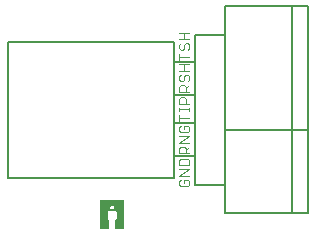
<source format=gto>
G75*
%MOIN*%
%OFA0B0*%
%FSLAX24Y24*%
%IPPOS*%
%LPD*%
%AMOC8*
5,1,8,0,0,1.08239X$1,22.5*
%
%ADD10C,0.0040*%
%ADD11C,0.0050*%
%ADD12C,0.0060*%
%ADD13C,0.0080*%
%ADD14C,0.0010*%
D10*
X013935Y009102D02*
X013992Y009045D01*
X014218Y009045D01*
X014275Y009102D01*
X014275Y009215D01*
X014218Y009272D01*
X014105Y009272D01*
X014105Y009159D01*
X013992Y009272D02*
X013935Y009215D01*
X013935Y009102D01*
X013935Y009395D02*
X014275Y009622D01*
X013935Y009622D01*
X013935Y009745D02*
X013935Y009915D01*
X013992Y009972D01*
X014218Y009972D01*
X014275Y009915D01*
X014275Y009745D01*
X013935Y009745D01*
X013935Y009395D02*
X014275Y009395D01*
X014275Y010145D02*
X013935Y010145D01*
X013935Y010315D01*
X013992Y010372D01*
X014105Y010372D01*
X014162Y010315D01*
X014162Y010145D01*
X014162Y010259D02*
X014275Y010372D01*
X014275Y010495D02*
X013935Y010495D01*
X014275Y010722D01*
X013935Y010722D01*
X013992Y010845D02*
X014218Y010845D01*
X014275Y010902D01*
X014275Y011015D01*
X014218Y011072D01*
X014105Y011072D01*
X014105Y010958D01*
X013992Y010845D02*
X013935Y010902D01*
X013935Y011015D01*
X013992Y011072D01*
X013935Y011203D02*
X013935Y011430D01*
X013935Y011317D02*
X014275Y011317D01*
X014275Y011553D02*
X014275Y011667D01*
X014275Y011610D02*
X013935Y011610D01*
X013935Y011553D02*
X013935Y011667D01*
X013935Y011787D02*
X013935Y011957D01*
X013992Y012013D01*
X014105Y012013D01*
X014162Y011957D01*
X014162Y011787D01*
X014275Y011787D02*
X013935Y011787D01*
X013935Y012195D02*
X013935Y012365D01*
X013992Y012422D01*
X014105Y012422D01*
X014162Y012365D01*
X014162Y012195D01*
X014275Y012195D02*
X013935Y012195D01*
X014162Y012309D02*
X014275Y012422D01*
X014218Y012545D02*
X014275Y012602D01*
X014275Y012715D01*
X014218Y012772D01*
X014162Y012772D01*
X014105Y012715D01*
X014105Y012602D01*
X014048Y012545D01*
X013992Y012545D01*
X013935Y012602D01*
X013935Y012715D01*
X013992Y012772D01*
X013935Y012895D02*
X014275Y012895D01*
X014105Y012895D02*
X014105Y013122D01*
X013935Y013122D02*
X014275Y013122D01*
X014275Y013359D02*
X013935Y013359D01*
X013935Y013472D02*
X013935Y013245D01*
X013992Y013595D02*
X014048Y013595D01*
X014105Y013652D01*
X014105Y013765D01*
X014162Y013822D01*
X014218Y013822D01*
X014275Y013765D01*
X014275Y013652D01*
X014218Y013595D01*
X013992Y013595D02*
X013935Y013652D01*
X013935Y013765D01*
X013992Y013822D01*
X013935Y013945D02*
X014275Y013945D01*
X014105Y013945D02*
X014105Y014172D01*
X013935Y014172D02*
X014275Y014172D01*
D11*
X014455Y013200D02*
X013755Y013200D01*
X013755Y012100D02*
X014455Y012100D01*
X014455Y011150D02*
X013755Y011150D01*
X013755Y010050D02*
X014455Y010050D01*
D12*
X013758Y009336D02*
X008246Y009336D01*
X008246Y013864D01*
X013758Y013864D01*
X013758Y009336D01*
D13*
X014455Y009100D02*
X015455Y009100D01*
X015455Y014100D01*
X014455Y014100D01*
X014455Y009100D01*
X015467Y008155D02*
X015467Y010911D01*
X017687Y010911D01*
X017687Y008155D01*
X018222Y008155D01*
X018222Y010911D01*
X017687Y010911D01*
X017687Y015045D01*
X015467Y015045D01*
X015467Y010911D01*
X017687Y010911D01*
X018222Y010911D01*
X018222Y015045D01*
X017687Y015045D01*
X017687Y008155D02*
X015467Y008155D01*
D14*
X011305Y008578D02*
X011305Y007650D01*
X011579Y007650D01*
X011579Y007920D01*
X011529Y007946D01*
X011529Y008228D01*
X011577Y008268D01*
X011577Y008286D01*
X011777Y008286D01*
X011777Y008270D01*
X011603Y008270D01*
X011581Y008270D01*
X011581Y008292D01*
X011603Y008292D01*
X011603Y008384D01*
X011631Y008410D01*
X011757Y008410D01*
X011779Y008388D01*
X011779Y008270D01*
X011809Y008270D01*
X011857Y008230D01*
X011857Y007946D01*
X011807Y007922D01*
X011807Y007648D01*
X012081Y007648D01*
X012081Y008578D01*
X011305Y008578D01*
X011305Y008571D02*
X012081Y008571D01*
X012081Y008562D02*
X011305Y008562D01*
X011305Y008554D02*
X012081Y008554D01*
X012081Y008545D02*
X011305Y008545D01*
X011305Y008537D02*
X012081Y008537D01*
X012081Y008528D02*
X011305Y008528D01*
X011305Y008520D02*
X012081Y008520D01*
X012081Y008511D02*
X011305Y008511D01*
X011305Y008503D02*
X012081Y008503D01*
X012081Y008494D02*
X011305Y008494D01*
X011305Y008486D02*
X012081Y008486D01*
X012081Y008477D02*
X011305Y008477D01*
X011305Y008469D02*
X012081Y008469D01*
X012081Y008460D02*
X011305Y008460D01*
X011305Y008452D02*
X012081Y008452D01*
X012081Y008443D02*
X011305Y008443D01*
X011305Y008435D02*
X012081Y008435D01*
X012081Y008426D02*
X011305Y008426D01*
X011305Y008418D02*
X012081Y008418D01*
X012081Y008409D02*
X011758Y008409D01*
X011767Y008401D02*
X012081Y008401D01*
X012081Y008392D02*
X011775Y008392D01*
X011779Y008384D02*
X012081Y008384D01*
X012081Y008375D02*
X011779Y008375D01*
X011779Y008367D02*
X012081Y008367D01*
X012081Y008358D02*
X011779Y008358D01*
X011779Y008350D02*
X012081Y008350D01*
X012081Y008341D02*
X011779Y008341D01*
X011779Y008333D02*
X012081Y008333D01*
X012081Y008324D02*
X011779Y008324D01*
X011779Y008316D02*
X012081Y008316D01*
X012081Y008307D02*
X011779Y008307D01*
X011779Y008299D02*
X012081Y008299D01*
X012081Y008290D02*
X011779Y008290D01*
X011779Y008282D02*
X012081Y008282D01*
X012081Y008273D02*
X011779Y008273D01*
X011777Y008273D02*
X011581Y008273D01*
X011577Y008273D02*
X011305Y008273D01*
X011305Y008265D02*
X011573Y008265D01*
X011563Y008256D02*
X011305Y008256D01*
X011305Y008248D02*
X011553Y008248D01*
X011542Y008239D02*
X011305Y008239D01*
X011305Y008231D02*
X011532Y008231D01*
X011529Y008222D02*
X011305Y008222D01*
X011305Y008214D02*
X011529Y008214D01*
X011529Y008205D02*
X011305Y008205D01*
X011305Y008197D02*
X011529Y008197D01*
X011529Y008188D02*
X011305Y008188D01*
X011305Y008180D02*
X011529Y008180D01*
X011529Y008171D02*
X011305Y008171D01*
X011305Y008163D02*
X011529Y008163D01*
X011529Y008154D02*
X011305Y008154D01*
X011305Y008146D02*
X011529Y008146D01*
X011529Y008137D02*
X011305Y008137D01*
X011305Y008129D02*
X011529Y008129D01*
X011529Y008120D02*
X011305Y008120D01*
X011305Y008112D02*
X011529Y008112D01*
X011529Y008103D02*
X011305Y008103D01*
X011305Y008095D02*
X011529Y008095D01*
X011529Y008086D02*
X011305Y008086D01*
X011305Y008078D02*
X011529Y008078D01*
X011529Y008069D02*
X011305Y008069D01*
X011305Y008061D02*
X011529Y008061D01*
X011529Y008052D02*
X011305Y008052D01*
X011305Y008044D02*
X011529Y008044D01*
X011529Y008035D02*
X011305Y008035D01*
X011305Y008027D02*
X011529Y008027D01*
X011529Y008018D02*
X011305Y008018D01*
X011305Y008010D02*
X011529Y008010D01*
X011529Y008001D02*
X011305Y008001D01*
X011305Y007993D02*
X011529Y007993D01*
X011529Y007984D02*
X011305Y007984D01*
X011305Y007976D02*
X011529Y007976D01*
X011529Y007967D02*
X011305Y007967D01*
X011305Y007959D02*
X011529Y007959D01*
X011529Y007950D02*
X011305Y007950D01*
X011305Y007942D02*
X011538Y007942D01*
X011554Y007933D02*
X011305Y007933D01*
X011305Y007925D02*
X011570Y007925D01*
X011579Y007916D02*
X011305Y007916D01*
X011305Y007908D02*
X011579Y007908D01*
X011579Y007899D02*
X011305Y007899D01*
X011305Y007891D02*
X011579Y007891D01*
X011579Y007882D02*
X011305Y007882D01*
X011305Y007874D02*
X011579Y007874D01*
X011579Y007865D02*
X011305Y007865D01*
X011305Y007857D02*
X011579Y007857D01*
X011579Y007848D02*
X011305Y007848D01*
X011305Y007840D02*
X011579Y007840D01*
X011579Y007831D02*
X011305Y007831D01*
X011305Y007823D02*
X011579Y007823D01*
X011579Y007814D02*
X011305Y007814D01*
X011305Y007806D02*
X011579Y007806D01*
X011579Y007797D02*
X011305Y007797D01*
X011305Y007789D02*
X011579Y007789D01*
X011579Y007780D02*
X011305Y007780D01*
X011305Y007772D02*
X011579Y007772D01*
X011579Y007763D02*
X011305Y007763D01*
X011305Y007755D02*
X011579Y007755D01*
X011579Y007746D02*
X011305Y007746D01*
X011305Y007738D02*
X011579Y007738D01*
X011579Y007729D02*
X011305Y007729D01*
X011305Y007721D02*
X011579Y007721D01*
X011579Y007712D02*
X011305Y007712D01*
X011305Y007704D02*
X011579Y007704D01*
X011579Y007695D02*
X011305Y007695D01*
X011305Y007687D02*
X011579Y007687D01*
X011579Y007678D02*
X011305Y007678D01*
X011305Y007670D02*
X011579Y007670D01*
X011579Y007661D02*
X011305Y007661D01*
X011305Y007653D02*
X011579Y007653D01*
X011807Y007653D02*
X012081Y007653D01*
X012081Y007661D02*
X011807Y007661D01*
X011807Y007670D02*
X012081Y007670D01*
X012081Y007678D02*
X011807Y007678D01*
X011807Y007687D02*
X012081Y007687D01*
X012081Y007695D02*
X011807Y007695D01*
X011807Y007704D02*
X012081Y007704D01*
X012081Y007712D02*
X011807Y007712D01*
X011807Y007721D02*
X012081Y007721D01*
X012081Y007729D02*
X011807Y007729D01*
X011807Y007738D02*
X012081Y007738D01*
X012081Y007746D02*
X011807Y007746D01*
X011807Y007755D02*
X012081Y007755D01*
X012081Y007763D02*
X011807Y007763D01*
X011807Y007772D02*
X012081Y007772D01*
X012081Y007780D02*
X011807Y007780D01*
X011807Y007789D02*
X012081Y007789D01*
X012081Y007797D02*
X011807Y007797D01*
X011807Y007806D02*
X012081Y007806D01*
X012081Y007814D02*
X011807Y007814D01*
X011807Y007823D02*
X012081Y007823D01*
X012081Y007831D02*
X011807Y007831D01*
X011807Y007840D02*
X012081Y007840D01*
X012081Y007848D02*
X011807Y007848D01*
X011807Y007857D02*
X012081Y007857D01*
X012081Y007865D02*
X011807Y007865D01*
X011807Y007874D02*
X012081Y007874D01*
X012081Y007882D02*
X011807Y007882D01*
X011807Y007891D02*
X012081Y007891D01*
X012081Y007899D02*
X011807Y007899D01*
X011807Y007908D02*
X012081Y007908D01*
X012081Y007916D02*
X011807Y007916D01*
X011812Y007925D02*
X012081Y007925D01*
X012081Y007933D02*
X011830Y007933D01*
X011848Y007942D02*
X012081Y007942D01*
X012081Y007950D02*
X011857Y007950D01*
X011857Y007959D02*
X012081Y007959D01*
X012081Y007967D02*
X011857Y007967D01*
X011857Y007976D02*
X012081Y007976D01*
X012081Y007984D02*
X011857Y007984D01*
X011857Y007993D02*
X012081Y007993D01*
X012081Y008001D02*
X011857Y008001D01*
X011857Y008010D02*
X012081Y008010D01*
X012081Y008018D02*
X011857Y008018D01*
X011857Y008027D02*
X012081Y008027D01*
X012081Y008035D02*
X011857Y008035D01*
X011857Y008044D02*
X012081Y008044D01*
X012081Y008052D02*
X011857Y008052D01*
X011857Y008061D02*
X012081Y008061D01*
X012081Y008069D02*
X011857Y008069D01*
X011857Y008078D02*
X012081Y008078D01*
X012081Y008086D02*
X011857Y008086D01*
X011857Y008095D02*
X012081Y008095D01*
X012081Y008103D02*
X011857Y008103D01*
X011857Y008112D02*
X012081Y008112D01*
X012081Y008120D02*
X011857Y008120D01*
X011857Y008129D02*
X012081Y008129D01*
X012081Y008137D02*
X011857Y008137D01*
X011857Y008146D02*
X012081Y008146D01*
X012081Y008154D02*
X011857Y008154D01*
X011857Y008163D02*
X012081Y008163D01*
X012081Y008171D02*
X011857Y008171D01*
X011857Y008180D02*
X012081Y008180D01*
X012081Y008188D02*
X011857Y008188D01*
X011857Y008197D02*
X012081Y008197D01*
X012081Y008205D02*
X011857Y008205D01*
X011857Y008214D02*
X012081Y008214D01*
X012081Y008222D02*
X011857Y008222D01*
X011856Y008231D02*
X012081Y008231D01*
X012081Y008239D02*
X011846Y008239D01*
X011836Y008248D02*
X012081Y008248D01*
X012081Y008256D02*
X011826Y008256D01*
X011816Y008265D02*
X012081Y008265D01*
X011777Y008282D02*
X011581Y008282D01*
X011577Y008282D02*
X011305Y008282D01*
X011305Y008290D02*
X011581Y008290D01*
X011603Y008299D02*
X011305Y008299D01*
X011305Y008307D02*
X011603Y008307D01*
X011603Y008316D02*
X011305Y008316D01*
X011305Y008324D02*
X011603Y008324D01*
X011603Y008333D02*
X011305Y008333D01*
X011305Y008341D02*
X011603Y008341D01*
X011603Y008350D02*
X011305Y008350D01*
X011305Y008358D02*
X011603Y008358D01*
X011603Y008367D02*
X011305Y008367D01*
X011305Y008375D02*
X011603Y008375D01*
X011603Y008384D02*
X011305Y008384D01*
X011305Y008392D02*
X011612Y008392D01*
X011621Y008401D02*
X011305Y008401D01*
X011305Y008409D02*
X011630Y008409D01*
M02*

</source>
